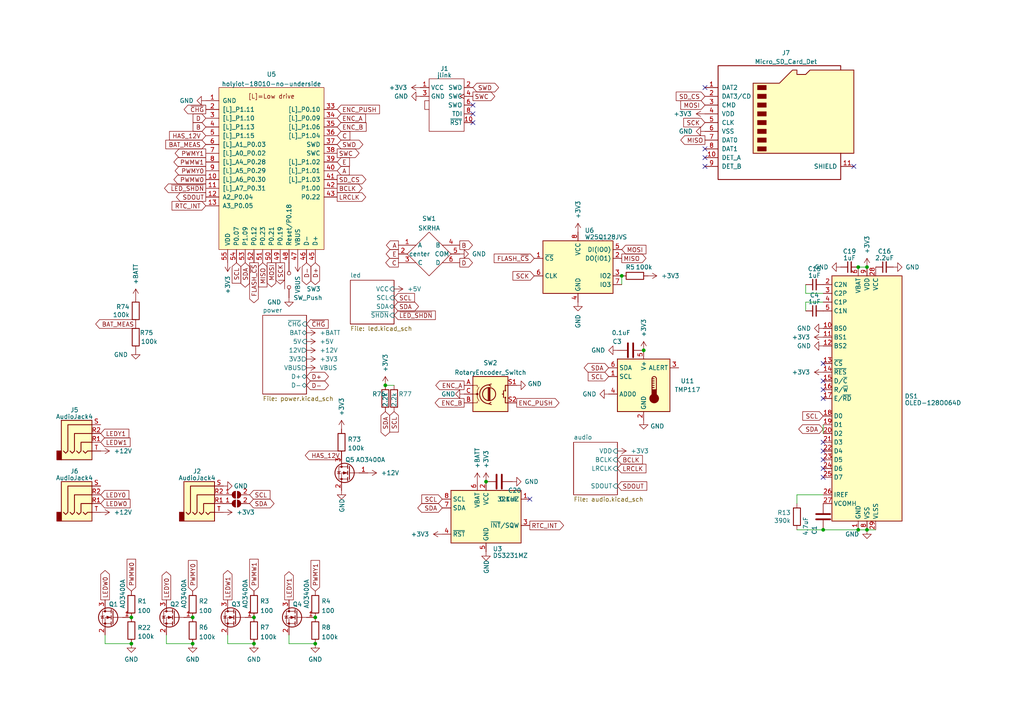
<source format=kicad_sch>
(kicad_sch (version 20230121) (generator eeschema)
  (paper "A4")
  (lib_symbols
    (symbol "Connector:AudioJack4"
      (property "Reference" "J" (at 0 8.89 0))
      (property "Value" "AudioJack4" (at 0 6.35 0))
      (symbol "AudioJack4_1_1"
        (pin passive line (at 5.08 -2.54 180) (length 2.54) (name "~") (number "R1"))
        (pin passive line (at 5.08 0 180) (length 2.54) (name "~") (number "R2"))
        (pin passive line (at 5.08 2.54 180) (length 2.54) (name "~") (number "S"))
        (pin passive line (at 5.08 -5.08 180) (length 2.54) (name "~") (number "T"))
      )
    )
    (symbol "Connector:Micro_SD_Card_Det" (pin_names (offset 1.016))
      (property "Reference" "J" (at -16.51 17.78 0))
      (property "Value" "Micro_SD_Card_Det" (at 16.51 17.78 0))
      (symbol "Micro_SD_Card_Det_1_1"
        (pin bidirectional line (at -22.86 10.16 0) (length 3.81) (name "DAT2") (number "1"))
        (pin passive line (at -22.86 -10.16 0) (length 3.81) (name "DET_A") (number "10"))
        (pin passive line (at 20.32 -12.7 180) (length 3.81) (name "SHIELD") (number "11"))
        (pin bidirectional line (at -22.86 7.62 0) (length 3.81) (name "DAT3/CD") (number "2"))
        (pin input line (at -22.86 5.08 0) (length 3.81) (name "CMD") (number "3"))
        (pin power_in line (at -22.86 2.54 0) (length 3.81) (name "VDD") (number "4"))
        (pin input line (at -22.86 0 0) (length 3.81) (name "CLK") (number "5"))
        (pin power_in line (at -22.86 -2.54 0) (length 3.81) (name "VSS") (number "6"))
        (pin bidirectional line (at -22.86 -5.08 0) (length 3.81) (name "DAT0") (number "7"))
        (pin bidirectional line (at -22.86 -7.62 0) (length 3.81) (name "DAT1") (number "8"))
        (pin passive line (at -22.86 -12.7 0) (length 3.81) (name "DET_B") (number "9"))
      )
    )
    (symbol "Device:C" (pin_numbers hide) (pin_names (offset 0.254))
      (property "Reference" "C" (at 0.635 2.54 0))
      (property "Value" "C" (at 0.635 -2.54 0))
      (symbol "C_1_1"
        (pin passive line (at 0 3.81 270) (length 2.794) (name "~") (number "1"))
        (pin passive line (at 0 -3.81 90) (length 2.794) (name "~") (number "2"))
      )
    )
    (symbol "Device:C_Small" (pin_numbers hide) (pin_names (offset 0.254) hide)
      (property "Reference" "C" (at 0.254 1.778 0))
      (property "Value" "C_Small" (at 0.254 -2.032 0))
      (symbol "C_Small_1_1"
        (pin passive line (at 0 2.54 270) (length 2.032) (name "~") (number "1"))
        (pin passive line (at 0 -2.54 90) (length 2.032) (name "~") (number "2"))
      )
    )
    (symbol "Device:R" (pin_numbers hide) (pin_names (offset 0))
      (property "Reference" "R" (at 2.032 0 90))
      (property "Value" "R" (at 0 0 90))
      (symbol "R_1_1"
        (pin passive line (at 0 3.81 270) (length 1.27) (name "~") (number "1"))
        (pin passive line (at 0 -3.81 90) (length 1.27) (name "~") (number "2"))
      )
    )
    (symbol "Device:RotaryEncoder_Switch" (pin_names (offset 0.254) hide)
      (property "Reference" "SW" (at 0 6.604 0))
      (property "Value" "RotaryEncoder_Switch" (at 0 -6.604 0))
      (symbol "RotaryEncoder_Switch_1_1"
        (pin passive line (at -7.62 2.54 0) (length 2.54) (name "A") (number "A"))
        (pin passive line (at -7.62 -2.54 0) (length 2.54) (name "B") (number "B"))
        (pin passive line (at -7.62 0 0) (length 2.54) (name "C") (number "C"))
        (pin passive line (at 7.62 2.54 180) (length 2.54) (name "S1") (number "S1"))
        (pin passive line (at 7.62 -2.54 180) (length 2.54) (name "S2") (number "S2"))
      )
    )
    (symbol "Display_Graphic:OLED-128O064D"
      (property "Reference" "DS" (at -10.16 38.1 0))
      (property "Value" "OLED-128O064D" (at 12.7 38.1 0))
      (symbol "OLED-128O064D_1_1"
        (pin power_in line (at -2.54 -38.1 90) (length 2.54) (name "GND") (number "1"))
        (pin input line (at -12.7 20.32 0) (length 2.54) (name "BS0") (number "10"))
        (pin input line (at -12.7 17.78 0) (length 2.54) (name "BS1") (number "11"))
        (pin input line (at -12.7 15.24 0) (length 2.54) (name "BS2") (number "12"))
        (pin input line (at -12.7 10.16 0) (length 2.54) (name "~{CS}") (number "13"))
        (pin input line (at -12.7 7.62 0) (length 2.54) (name "~{RES}") (number "14"))
        (pin input line (at -12.7 5.08 0) (length 2.54) (name "D/~{C}") (number "15"))
        (pin input line (at -12.7 2.54 0) (length 2.54) (name "R/~{W}") (number "16"))
        (pin input line (at -12.7 0 0) (length 2.54) (name "E/~{RD}") (number "17"))
        (pin bidirectional line (at -12.7 -5.08 0) (length 2.54) (name "D0") (number "18"))
        (pin bidirectional line (at -12.7 -7.62 0) (length 2.54) (name "D1") (number "19"))
        (pin passive line (at -12.7 33.02 0) (length 2.54) (name "C2N") (number "2"))
        (pin bidirectional line (at -12.7 -10.16 0) (length 2.54) (name "D2") (number "20"))
        (pin bidirectional line (at -12.7 -12.7 0) (length 2.54) (name "D3") (number "21"))
        (pin bidirectional line (at -12.7 -15.24 0) (length 2.54) (name "D4") (number "22"))
        (pin bidirectional line (at -12.7 -17.78 0) (length 2.54) (name "D5") (number "23"))
        (pin bidirectional line (at -12.7 -20.32 0) (length 2.54) (name "D6") (number "24"))
        (pin bidirectional line (at -12.7 -22.86 0) (length 2.54) (name "D7") (number "25"))
        (pin passive line (at -12.7 -27.94 0) (length 2.54) (name "IREF") (number "26"))
        (pin passive line (at -12.7 -30.48 0) (length 2.54) (name "VCOMH") (number "27"))
        (pin power_in line (at 2.54 38.1 270) (length 2.54) (name "VCC") (number "28"))
        (pin power_in line (at 2.54 -38.1 90) (length 2.54) (name "VLSS") (number "29"))
        (pin passive line (at -12.7 30.48 0) (length 2.54) (name "C2P") (number "3"))
        (pin passive line (at -2.54 -38.1 90) (length 2.54) hide (name "GND") (number "30"))
        (pin passive line (at -12.7 27.94 0) (length 2.54) (name "C1P") (number "4"))
        (pin passive line (at -12.7 25.4 0) (length 2.54) (name "C1N") (number "5"))
        (pin power_in line (at -2.54 38.1 270) (length 2.54) (name "VBAT") (number "6"))
        (pin no_connect line (at 10.16 0 180) (length 2.54) hide (name "NC") (number "7"))
        (pin power_in line (at 0 -38.1 90) (length 2.54) (name "VSS") (number "8"))
        (pin power_in line (at 0 38.1 270) (length 2.54) (name "VDD") (number "9"))
      )
    )
    (symbol "Jumper:SolderJumper_2_Open" (pin_names (offset 0) hide)
      (property "Reference" "JP" (at 0 2.032 0))
      (property "Value" "SolderJumper_2_Open" (at 0 -2.54 0))
      (symbol "SolderJumper_2_Open_1_1"
        (pin passive line (at -3.81 0 0) (length 2.54) (name "A") (number "1"))
        (pin passive line (at 3.81 0 180) (length 2.54) (name "B") (number "2"))
      )
    )
    (symbol "Memory_Flash:W25Q128JVS"
      (property "Reference" "U" (at -8.89 8.89 0))
      (property "Value" "W25Q128JVS" (at 7.62 8.89 0))
      (symbol "W25Q128JVS_1_1"
        (pin input line (at -12.7 2.54 0) (length 2.54) (name "~{CS}") (number "1"))
        (pin bidirectional line (at 12.7 2.54 180) (length 2.54) (name "DO(IO1)") (number "2"))
        (pin bidirectional line (at 12.7 -2.54 180) (length 2.54) (name "IO2") (number "3"))
        (pin power_in line (at 0 -10.16 90) (length 2.54) (name "GND") (number "4"))
        (pin bidirectional line (at 12.7 5.08 180) (length 2.54) (name "DI(IO0)") (number "5"))
        (pin input line (at -12.7 -2.54 0) (length 2.54) (name "CLK") (number "6"))
        (pin bidirectional line (at 12.7 -5.08 180) (length 2.54) (name "IO3") (number "7"))
        (pin power_in line (at 0 10.16 270) (length 2.54) (name "VCC") (number "8"))
      )
    )
    (symbol "Switch:SW_Push" (pin_numbers hide) (pin_names (offset 1.016) hide)
      (property "Reference" "SW" (at 1.27 2.54 0))
      (property "Value" "SW_Push" (at 0 -1.524 0))
      (symbol "SW_Push_0_1"
        (pin passive line (at -5.08 0 0) (length 2.54) (name "1") (number "1"))
        (pin passive line (at 5.08 0 180) (length 2.54) (name "2") (number "2"))
      )
    )
    (symbol "Timer_RTC:DS3231MZ"
      (property "Reference" "U" (at -7.62 8.89 0))
      (property "Value" "DS3231MZ" (at 11.43 8.89 0))
      (symbol "DS3231MZ_1_1"
        (pin open_collector line (at 12.7 5.08 180) (length 2.54) (name "32KHZ") (number "1"))
        (pin power_in line (at 0 10.16 270) (length 2.54) (name "VCC") (number "2"))
        (pin open_collector line (at 12.7 -2.54 180) (length 2.54) (name "~{INT}/SQW") (number "3"))
        (pin bidirectional line (at -12.7 -5.08 0) (length 2.54) (name "~{RST}") (number "4"))
        (pin power_in line (at 0 -10.16 90) (length 2.54) (name "GND") (number "5"))
        (pin power_in line (at -2.54 10.16 270) (length 2.54) (name "VBAT") (number "6"))
        (pin bidirectional line (at -12.7 2.54 0) (length 2.54) (name "SDA") (number "7"))
        (pin input line (at -12.7 5.08 0) (length 2.54) (name "SCL") (number "8"))
      )
    )
    (symbol "Transistor_FET:AO3400A" (pin_names hide)
      (property "Reference" "Q" (at 5.08 1.905 0))
      (property "Value" "AO3400A" (at 5.08 0 0))
      (symbol "AO3400A_1_1"
        (pin input line (at -5.08 0 0) (length 2.54) (name "G") (number "1"))
        (pin passive line (at 2.54 -5.08 90) (length 2.54) (name "S") (number "2"))
        (pin passive line (at 2.54 5.08 270) (length 2.54) (name "D") (number "3"))
      )
    )
    (symbol "ic:TMP117"
      (property "Reference" "U" (at 10.16 -2.54 0))
      (property "Value" "TMP117" (at 12.7 -5.08 0))
      (symbol "TMP117_1_1"
        (pin input line (at -10.16 2.54 0) (length 2.54) (name "SCL") (number "1"))
        (pin power_in line (at 0 -10.16 90) (length 2.54) (name "GND") (number "2"))
        (pin open_collector line (at 10.16 5.08 180) (length 2.54) (name "ALERT") (number "3"))
        (pin input line (at -10.16 -2.54 0) (length 2.54) (name "ADD0") (number "4"))
        (pin power_in line (at 0 10.16 270) (length 2.54) (name "V+") (number "5"))
        (pin bidirectional line (at -10.16 5.08 0) (length 2.54) (name "SDA") (number "6"))
        (pin power_in line (at 0 -10.16 90) (length 2.54) hide (name "GND") (number "7"))
      )
    )
    (symbol "mcu:holyiot-18010-no-underside" (pin_names (offset 1.016))
      (property "Reference" "U" (at 0 20.32 0))
      (property "Value" "holyiot-18010-no-underside" (at 0 17.78 0))
      (symbol "holyiot-18010-no-underside_0_0"
        (text "[L]=Low drive" (at 0 13.97 0) (effects (font (size 1.27 1.27))))
      )
      (symbol "holyiot-18010-no-underside_1_1"
        (pin power_in line (at -19.05 12.7 0) (length 3.81) (name "GND") (number "1"))
        (pin bidirectional line (at -19.05 -10.16 0) (length 3.81) (name "[L]_A6_P0.30") (number "10"))
        (pin bidirectional line (at -19.05 -12.7 0) (length 3.81) (name "[L]_A7_P0.31") (number "11"))
        (pin bidirectional line (at -19.05 -15.24 0) (length 3.81) (name "A2_P0.04") (number "12"))
        (pin bidirectional line (at -19.05 -17.78 0) (length 3.81) (name "A3_P0.05") (number "13"))
        (pin bidirectional line (at -19.05 10.16 0) (length 3.81) (name "[L]_P1.11") (number "2"))
        (pin bidirectional line (at -19.05 7.62 0) (length 3.81) (name "[L]_P1.10") (number "3"))
        (pin passive line (at -19.05 12.7 0) (length 3.81) hide (name "GND") (number "32"))
        (pin bidirectional line (at 19.05 10.16 180) (length 3.81) (name "[L]_P0.10") (number "33"))
        (pin bidirectional line (at 19.05 7.62 180) (length 3.81) (name "[L]_P0.09") (number "34"))
        (pin bidirectional line (at 19.05 5.08 180) (length 3.81) (name "[L]_P1.06") (number "35"))
        (pin bidirectional line (at 19.05 2.54 180) (length 3.81) (name "[L]_P1.04") (number "36"))
        (pin input line (at 19.05 0 180) (length 3.81) (name "SWD") (number "37"))
        (pin bidirectional line (at 19.05 -2.54 180) (length 3.81) (name "SWC") (number "38"))
        (pin bidirectional line (at 19.05 -5.08 180) (length 3.81) (name "[L]_P1.02") (number "39"))
        (pin bidirectional line (at -19.05 5.08 0) (length 3.81) (name "[L]_P1.13") (number "4"))
        (pin bidirectional line (at 19.05 -7.62 180) (length 3.81) (name "[L]_P1.01") (number "40"))
        (pin bidirectional line (at 19.05 -10.16 180) (length 3.81) (name "[L]_P1.03") (number "41"))
        (pin bidirectional line (at 19.05 -12.7 180) (length 3.81) (name "P1.00") (number "42"))
        (pin bidirectional line (at 19.05 -15.24 180) (length 3.81) (name "P0.22") (number "43"))
        (pin passive line (at -19.05 12.7 0) (length 3.81) hide (name "GND") (number "44"))
        (pin bidirectional line (at 12.7 -34.29 90) (length 3.81) (name "D+") (number "45"))
        (pin bidirectional line (at 10.16 -34.29 90) (length 3.81) (name "D-") (number "46"))
        (pin power_in line (at 7.62 -34.29 90) (length 3.81) (name "VBUS") (number "47"))
        (pin bidirectional line (at 5.08 -34.29 90) (length 3.81) (name "Reset/P0.18") (number "48"))
        (pin bidirectional line (at 2.54 -34.29 90) (length 3.81) (name "P0.19") (number "49"))
        (pin bidirectional line (at -19.05 2.54 0) (length 3.81) (name "[L]_P1.15") (number "5"))
        (pin bidirectional line (at 0 -34.29 90) (length 3.81) (name "P0.21") (number "50"))
        (pin bidirectional line (at -2.54 -34.29 90) (length 3.81) (name "P0.23") (number "51"))
        (pin bidirectional line (at -5.08 -34.29 90) (length 3.81) (name "P0.12") (number "52"))
        (pin bidirectional line (at -7.62 -34.29 90) (length 3.81) (name "P1.09") (number "53"))
        (pin bidirectional line (at -10.16 -34.29 90) (length 3.81) (name "P0.07") (number "54"))
        (pin power_in line (at -12.7 -34.29 90) (length 3.81) (name "VDD") (number "55"))
        (pin bidirectional line (at -19.05 0 0) (length 3.81) (name "[L]_A1_P0.03") (number "6"))
        (pin bidirectional line (at -19.05 -2.54 0) (length 3.81) (name "[L]_A0_P0.02") (number "7"))
        (pin bidirectional line (at -19.05 -5.08 0) (length 3.81) (name "[L]_A4_P0.28") (number "8"))
        (pin bidirectional line (at -19.05 -7.62 0) (length 3.81) (name "[L]_A5_P0.29") (number "9"))
      )
    )
    (symbol "misc:jlink"
      (property "Reference" "J" (at 0 11.43 0))
      (property "Value" "jlink" (at 0 -8.89 0))
      (symbol "jlink_1_1"
        (pin passive line (at -7.62 5.08 0) (length 2.54) (name "VCC") (number "1"))
        (pin output line (at 7.62 -5.08 180) (length 2.54) (name "~{RST}") (number "10"))
        (pin bidirectional line (at 7.62 5.08 180) (length 2.54) (name "SWD") (number "2"))
        (pin power_in line (at -7.62 2.54 0) (length 2.54) (name "GND") (number "3"))
        (pin output clock (at 7.62 2.54 180) (length 2.54) (name "SWC") (number "4"))
        (pin power_in line (at -7.62 2.54 0) (length 2.54) hide (name "GND") (number "5"))
        (pin input line (at 7.62 0 180) (length 2.54) (name "SWO") (number "6"))
        (pin output line (at 7.62 -2.54 180) (length 2.54) (name "TDI") (number "8"))
      )
    )
    (symbol "power:+12V" (power) (pin_names (offset 0))
      (property "Value" "+12V" (at 0 3.556 0))
      (symbol "+12V_1_1"
        (pin power_in line (at 0 0 90) (length 0) hide (name "+12V") (number "1"))
      )
    )
    (symbol "power:+3V3" (power) (pin_names (offset 0))
      (property "Value" "+3V3" (at 0 3.556 0))
      (symbol "+3V3_1_1"
        (pin power_in line (at 0 0 90) (length 0) hide (name "+3V3") (number "1"))
      )
    )
    (symbol "power:+5V" (power) (pin_names (offset 0))
      (property "Value" "+5V" (at 0 3.556 0))
      (symbol "+5V_1_1"
        (pin power_in line (at 0 0 90) (length 0) hide (name "+5V") (number "1"))
      )
    )
    (symbol "power:+BATT" (power) (pin_names (offset 0))
      (property "Value" "+BATT" (at 0 3.556 0))
      (symbol "+BATT_1_1"
        (pin power_in line (at 0 0 90) (length 0) hide (name "+BATT") (number "1"))
      )
    )
    (symbol "power:GND" (power) (pin_names (offset 0))
      (property "Value" "GND" (at 0 -3.81 0))
      (symbol "GND_1_1"
        (pin power_in line (at 0 0 270) (length 0) hide (name "GND") (number "1"))
      )
    )
    (symbol "power:VBUS" (power) (pin_names (offset 0))
      (property "Value" "VBUS" (at 0 3.81 0))
      (symbol "VBUS_1_1"
        (pin power_in line (at 0 0 90) (length 0) hide (name "VBUS") (number "1"))
      )
    )
    (symbol "switch:SKRHA"
      (property "Reference" "SW" (at 0 8.89 0))
      (property "Value" "SKRHA" (at 0 -8.89 0))
      (symbol "SKRHA_1_1"
        (pin bidirectional line (at -8.89 2.54 0) (length 5.08) (name "A") (number "1"))
        (pin bidirectional line (at -8.89 0 0) (length 2.54) (name "center") (number "2"))
        (pin bidirectional line (at -8.89 -2.54 0) (length 5.08) (name "C") (number "3"))
        (pin bidirectional line (at 8.89 2.54 180) (length 5.08) (name "B") (number "4"))
        (pin bidirectional line (at 8.89 0 180) (length 2.54) (name "COM") (number "5"))
        (pin bidirectional line (at 8.89 -2.54 180) (length 5.08) (name "D") (number "6"))
      )
    )
  )
  (junction (at 238.76 153.67))
  (junction (at 91.44 186.69))
  (junction (at 248.92 153.67))
  (junction (at 248.92 77.47))
  (junction (at 73.66 186.69))
  (junction (at 251.46 77.47))
  (junction (at 73.66 179.07))
  (junction (at 55.88 186.69))
  (junction (at 55.88 179.07))
  (junction (at 38.1 186.69))
  (junction (at 38.1 179.07))
  (junction (at 186.69 101.6))
  (junction (at 180.34 80.01))
  (junction (at 251.46 153.67))
  (junction (at 111.76 111.76))
  (junction (at 91.44 179.07))
  (junction (at 140.97 139.7))
  (no_connect (at 204.47 48.26))
  (no_connect (at 247.65 48.26))
  (no_connect (at 238.76 110.49))
  (no_connect (at 238.76 128.27))
  (no_connect (at 238.76 113.03))
  (no_connect (at 204.47 43.18))
  (no_connect (at 238.76 115.57))
  (no_connect (at 204.47 25.4))
  (no_connect (at 137.16 35.56))
  (no_connect (at 238.76 105.41))
  (no_connect (at 238.76 138.43))
  (no_connect (at 238.76 135.89))
  (no_connect (at 204.47 45.72))
  (no_connect (at 153.67 144.78))
  (no_connect (at 238.76 130.81))
  (no_connect (at 137.16 30.48))
  (no_connect (at 137.16 33.02))
  (no_connect (at 238.76 133.35))
  (wire (pts (xy 233.68 85.09) (xy 233.68 82.55)))
  (wire (pts (xy 83.82 184.15) (xy 83.82 186.69)))
  (wire (pts (xy 66.04 184.15) (xy 66.04 186.69)))
  (wire (pts (xy 48.26 186.69) (xy 55.88 186.69)))
  (wire (pts (xy 83.82 186.69) (xy 91.44 186.69)))
  (wire (pts (xy 248.92 77.47) (xy 251.46 77.47)))
  (wire (pts (xy 238.76 87.63) (xy 233.68 87.63)))
  (wire (pts (xy 238.76 153.67) (xy 248.92 153.67)))
  (wire (pts (xy 48.26 184.15) (xy 48.26 186.69)))
  (wire (pts (xy 231.14 143.51) (xy 238.76 143.51)))
  (wire (pts (xy 111.76 111.76) (xy 114.3 111.76)))
  (wire (pts (xy 30.48 186.69) (xy 38.1 186.69)))
  (wire (pts (xy 233.68 87.63) (xy 233.68 90.17)))
  (wire (pts (xy 238.76 85.09) (xy 233.68 85.09)))
  (wire (pts (xy 231.14 153.67) (xy 238.76 153.67)))
  (wire (pts (xy 231.14 146.05) (xy 231.14 143.51)))
  (wire (pts (xy 248.92 153.67) (xy 251.46 153.67)))
  (wire (pts (xy 180.34 80.01) (xy 180.34 82.55)))
  (wire (pts (xy 30.48 184.15) (xy 30.48 186.69)))
  (wire (pts (xy 66.04 186.69) (xy 73.66 186.69)))
  (wire (pts (xy 251.46 153.67) (xy 254 153.67)))
  (wire (pts (xy 238.76 123.19) (xy 238.76 125.73)))
  (global_label "HAS_12V" (shape input) (at 59.69 39.37 180) (property "Intersheetrefs" "${INTERSHEET_REFS}" (effects hide)))
  (global_label "C" (shape input) (at 97.79 39.37 0) (property "Intersheetrefs" "${INTERSHEET_REFS}" (effects hide)))
  (global_label "SD_CS" (shape output) (at 97.79 52.07 0) (property "Intersheetrefs" "${INTERSHEET_REFS}" (effects hide)))
  (global_label "ENC_A" (shape output) (at 134.62 111.76 180) (property "Intersheetrefs" "${INTERSHEET_REFS}" (effects hide)))
  (global_label "SD_CS" (shape input) (at 204.47 27.94 180) (property "Intersheetrefs" "${INTERSHEET_REFS}" (effects hide)))
  (global_label "SCL" (shape input) (at 238.76 120.65 180) (property "Intersheetrefs" "${INTERSHEET_REFS}" (effects hide)))
  (global_label "D+" (shape bidirectional) (at 88.9 109.22 0) (property "Intersheetrefs" "${INTERSHEET_REFS}" (effects hide)))
  (global_label "RTC_INT" (shape output) (at 153.67 152.4 0) (property "Intersheetrefs" "${INTERSHEET_REFS}" (effects hide)))
  (global_label "ENC_B" (shape output) (at 134.62 116.84 180) (property "Intersheetrefs" "${INTERSHEET_REFS}" (effects hide)))
  (global_label "LEDY0" (shape output) (at 48.26 173.99 90) (property "Intersheetrefs" "${INTERSHEET_REFS}" (effects hide)))
  (global_label "D" (shape output) (at 133.35 76.2 0) (property "Intersheetrefs" "${INTERSHEET_REFS}" (effects hide)))
  (global_label "HAS_12V" (shape output) (at 99.06 132.08 180) (property "Intersheetrefs" "${INTERSHEET_REFS}" (effects hide)))
  (global_label "LRCLK" (shape input) (at 179.07 135.89 0) (property "Intersheetrefs" "${INTERSHEET_REFS}" (effects hide)))
  (global_label "B" (shape output) (at 133.35 71.12 0) (property "Intersheetrefs" "${INTERSHEET_REFS}" (effects hide)))
  (global_label "SDA" (shape bidirectional) (at 114.3 88.9 0) (property "Intersheetrefs" "${INTERSHEET_REFS}" (effects hide)))
  (global_label "LEDW1" (shape output) (at 66.04 173.99 90) (property "Intersheetrefs" "${INTERSHEET_REFS}" (effects hide)))
  (global_label "D-" (shape bidirectional) (at 88.9 76.2 270) (property "Intersheetrefs" "${INTERSHEET_REFS}" (effects hide)))
  (global_label "PWMW1" (shape output) (at 59.69 46.99 180) (property "Intersheetrefs" "${INTERSHEET_REFS}" (effects hide)))
  (global_label "SCL" (shape input) (at 72.39 143.51 0) (property "Intersheetrefs" "${INTERSHEET_REFS}" (effects hide)))
  (global_label "FLASH_~{CS}" (shape input) (at 154.94 74.93 180) (property "Intersheetrefs" "${INTERSHEET_REFS}" (effects hide)))
  (global_label "ENC_A" (shape input) (at 97.79 34.29 0) (property "Intersheetrefs" "${INTERSHEET_REFS}" (effects hide)))
  (global_label "PWMY0" (shape input) (at 55.88 171.45 90) (property "Intersheetrefs" "${INTERSHEET_REFS}" (effects hide)))
  (global_label "E" (shape input) (at 97.79 46.99 0) (property "Intersheetrefs" "${INTERSHEET_REFS}" (effects hide)))
  (global_label "A" (shape output) (at 115.57 71.12 180) (property "Intersheetrefs" "${INTERSHEET_REFS}" (effects hide)))
  (global_label "PWMY1" (shape output) (at 59.69 44.45 180) (property "Intersheetrefs" "${INTERSHEET_REFS}" (effects hide)))
  (global_label "SDA" (shape bidirectional) (at 128.27 147.32 180) (property "Intersheetrefs" "${INTERSHEET_REFS}" (effects hide)))
  (global_label "SDA" (shape bidirectional) (at 71.12 76.2 270) (property "Intersheetrefs" "${INTERSHEET_REFS}" (effects hide)))
  (global_label "PWMY1" (shape input) (at 91.44 171.45 90) (property "Intersheetrefs" "${INTERSHEET_REFS}" (effects hide)))
  (global_label "MOSI" (shape input) (at 180.34 72.39 0) (property "Intersheetrefs" "${INTERSHEET_REFS}" (effects hide)))
  (global_label "ENC_PUSH" (shape output) (at 149.86 116.84 0) (property "Intersheetrefs" "${INTERSHEET_REFS}" (effects hide)))
  (global_label "SDOUT" (shape input) (at 179.07 140.97 0) (property "Intersheetrefs" "${INTERSHEET_REFS}" (effects hide)))
  (global_label "~{CHG}" (shape input) (at 88.9 93.98 0) (property "Intersheetrefs" "${INTERSHEET_REFS}" (effects hide)))
  (global_label "PWMY0" (shape output) (at 59.69 49.53 180) (property "Intersheetrefs" "${INTERSHEET_REFS}" (effects hide)))
  (global_label "BAT_MEAS" (shape input) (at 59.69 41.91 180) (property "Intersheetrefs" "${INTERSHEET_REFS}" (effects hide)))
  (global_label "PWMW0" (shape input) (at 38.1 171.45 90) (property "Intersheetrefs" "${INTERSHEET_REFS}" (effects hide)))
  (global_label "SCK" (shape input) (at 204.47 35.56 180) (property "Intersheetrefs" "${INTERSHEET_REFS}" (effects hide)))
  (global_label "SDOUT" (shape output) (at 59.69 57.15 180) (property "Intersheetrefs" "${INTERSHEET_REFS}" (effects hide)))
  (global_label "RTC_INT" (shape input) (at 59.69 59.69 180) (property "Intersheetrefs" "${INTERSHEET_REFS}" (effects hide)))
  (global_label "SCL" (shape input) (at 176.53 109.22 180) (property "Intersheetrefs" "${INTERSHEET_REFS}" (effects hide)))
  (global_label "~{CHG}" (shape output) (at 59.69 31.75 180) (property "Intersheetrefs" "${INTERSHEET_REFS}" (effects hide)))
  (global_label "SDA" (shape bidirectional) (at 176.53 106.68 180) (property "Intersheetrefs" "${INTERSHEET_REFS}" (effects hide)))
  (global_label "E" (shape output) (at 115.57 73.66 180) (property "Intersheetrefs" "${INTERSHEET_REFS}" (effects hide)))
  (global_label "SCL" (shape input) (at 128.27 144.78 180) (property "Intersheetrefs" "${INTERSHEET_REFS}" (effects hide)))
  (global_label "MISO" (shape output) (at 180.34 74.93 0) (property "Intersheetrefs" "${INTERSHEET_REFS}" (effects hide)))
  (global_label "LEDY1" (shape output) (at 83.82 173.99 90) (property "Intersheetrefs" "${INTERSHEET_REFS}" (effects hide)))
  (global_label "SCK" (shape output) (at 81.28 76.2 270) (property "Intersheetrefs" "${INTERSHEET_REFS}" (effects hide)))
  (global_label "MISO" (shape input) (at 76.2 76.2 270) (property "Intersheetrefs" "${INTERSHEET_REFS}" (effects hide)))
  (global_label "BCLK" (shape output) (at 97.79 54.61 0) (property "Intersheetrefs" "${INTERSHEET_REFS}" (effects hide)))
  (global_label "SDA" (shape bidirectional) (at 72.39 146.05 0) (property "Intersheetrefs" "${INTERSHEET_REFS}" (effects hide)))
  (global_label "FLASH_~{CS}" (shape output) (at 73.66 76.2 270) (property "Intersheetrefs" "${INTERSHEET_REFS}" (effects hide)))
  (global_label "PWMW1" (shape input) (at 73.66 171.45 90) (property "Intersheetrefs" "${INTERSHEET_REFS}" (effects hide)))
  (global_label "LEDW0" (shape input) (at 29.21 146.05 0) (property "Intersheetrefs" "${INTERSHEET_REFS}" (effects hide)))
  (global_label "C" (shape output) (at 115.57 76.2 180) (property "Intersheetrefs" "${INTERSHEET_REFS}" (effects hide)))
  (global_label "LEDY1" (shape input) (at 29.21 125.73 0) (property "Intersheetrefs" "${INTERSHEET_REFS}" (effects hide)))
  (global_label "BAT_MEAS" (shape output) (at 39.37 93.98 180) (property "Intersheetrefs" "${INTERSHEET_REFS}" (effects hide)))
  (global_label "SDA" (shape bidirectional) (at 111.76 119.38 270) (property "Intersheetrefs" "${INTERSHEET_REFS}" (effects hide)))
  (global_label "D" (shape input) (at 59.69 34.29 180) (property "Intersheetrefs" "${INTERSHEET_REFS}" (effects hide)))
  (global_label "B" (shape input) (at 59.69 36.83 180) (property "Intersheetrefs" "${INTERSHEET_REFS}" (effects hide)))
  (global_label "PWMW0" (shape output) (at 59.69 52.07 180) (property "Intersheetrefs" "${INTERSHEET_REFS}" (effects hide)))
  (global_label "D+" (shape bidirectional) (at 91.44 76.2 270) (property "Intersheetrefs" "${INTERSHEET_REFS}" (effects hide)))
  (global_label "D-" (shape bidirectional) (at 88.9 111.76 0) (property "Intersheetrefs" "${INTERSHEET_REFS}" (effects hide)))
  (global_label "LRCLK" (shape output) (at 97.79 57.15 0) (property "Intersheetrefs" "${INTERSHEET_REFS}" (effects hide)))
  (global_label "SCK" (shape input) (at 154.94 80.01 180) (property "Intersheetrefs" "${INTERSHEET_REFS}" (effects hide)))
  (global_label "SCL" (shape input) (at 114.3 86.36 0) (property "Intersheetrefs" "${INTERSHEET_REFS}" (effects hide)))
  (global_label "SWC" (shape output) (at 137.16 27.94 0) (property "Intersheetrefs" "${INTERSHEET_REFS}" (effects hide)))
  (global_label "SCL" (shape input) (at 68.58 76.2 270) (property "Intersheetrefs" "${INTERSHEET_REFS}" (effects hide)))
  (global_label "MISO" (shape output) (at 204.47 40.64 180) (property "Intersheetrefs" "${INTERSHEET_REFS}" (effects hide)))
  (global_label "A" (shape input) (at 97.79 49.53 0) (property "Intersheetrefs" "${INTERSHEET_REFS}" (effects hide)))
  (global_label "SWC" (shape output) (at 97.79 44.45 0) (property "Intersheetrefs" "${INTERSHEET_REFS}" (effects hide)))
  (global_label "LEDW1" (shape input) (at 29.21 128.27 0) (property "Intersheetrefs" "${INTERSHEET_REFS}" (effects hide)))
  (global_label "SCL" (shape input) (at 114.3 119.38 270) (property "Intersheetrefs" "${INTERSHEET_REFS}" (effects hide)))
  (global_label "SWD" (shape bidirectional) (at 137.16 25.4 0) (property "Intersheetrefs" "${INTERSHEET_REFS}" (effects hide)))
  (global_label "ENC_PUSH" (shape input) (at 97.79 31.75 0) (property "Intersheetrefs" "${INTERSHEET_REFS}" (effects hide)))
  (global_label "SWD" (shape bidirectional) (at 97.79 41.91 0) (property "Intersheetrefs" "${INTERSHEET_REFS}" (effects hide)))
  (global_label "ENC_B" (shape input) (at 97.79 36.83 0) (property "Intersheetrefs" "${INTERSHEET_REFS}" (effects hide)))
  (global_label "~{LED_SHDN}" (shape output) (at 59.69 54.61 180) (property "Intersheetrefs" "${INTERSHEET_REFS}" (effects hide)))
  (global_label "LEDW0" (shape output) (at 30.48 173.99 90) (property "Intersheetrefs" "${INTERSHEET_REFS}" (effects hide)))
  (global_label "SDA" (shape bidirectional) (at 238.76 124.46 180) (property "Intersheetrefs" "${INTERSHEET_REFS}" (effects hide)))
  (global_label "MOSI" (shape input) (at 204.47 30.48 180) (property "Intersheetrefs" "${INTERSHEET_REFS}" (effects hide)))
  (global_label "MOSI" (shape output) (at 78.74 76.2 270) (property "Intersheetrefs" "${INTERSHEET_REFS}" (effects hide)))
  (global_label "LEDY0" (shape input) (at 29.21 143.51 0) (property "Intersheetrefs" "${INTERSHEET_REFS}" (effects hide)))
  (global_label "~{LED_SHDN}" (shape input) (at 114.3 91.44 0) (property "Intersheetrefs" "${INTERSHEET_REFS}" (effects hide)))
  (global_label "BCLK" (shape input) (at 179.07 133.35 0) (property "Intersheetrefs" "${INTERSHEET_REFS}" (effects hide)))
  (symbol (lib_id "power:+3V3") (at 186.69 101.6 0) (unit 1)
    (property "Reference" "#PWR0121" (effects hide))
    (property "Value" "+3V3" (at 186.69 97.79 90) (effects (justify left)))
  )
  (symbol (lib_id "power:+BATT") (at 39.37 86.36 0) (unit 1)
    (property "Reference" "#PWR0114" (effects hide))
    (property "Value" "+BATT" (at 39.37 82.55 90) (effects (justify left)))
  )
  (symbol (lib_id "Jumper:SolderJumper_2_Open") (at 68.58 146.05 0) (unit 1)
    (property "Reference" "JP3" (effects hide))
    (property "Value" "SolderJumper_2_Open" (effects hide))
    (property "Footprint" "Jumper:SolderJumper-2_P1.3mm_Open_TrianglePad1.0x1.5mm" (effects hide))
  )
  (symbol (lib_id "power:+3V3") (at 66.04 76.2 180) (unit 1)
    (property "Reference" "#PWR013" (effects hide))
    (property "Value" "+3V3" (at 66.04 80.01 90) (effects (justify left)))
  )
  (symbol (lib_id "misc:jlink") (at 129.54 30.48 0) (unit 1)
    (property "Reference" "J1" (at 128.905 19.9009 0))
    (property "Value" "jlink" (at 128.905 21.8219 0))
    (property "Footprint" "Connector_PinHeader_1.27mm:PinHeader_2x05_P1.27mm_Vertical_SMD" (effects hide))
  )
  (symbol (lib_id "power:GND") (at 133.35 73.66 90) (unit 1)
    (property "Reference" "#PWR0118" (effects hide))
    (property "Value" "GND" (at 140.97 73.66 90) (effects (justify left)))
  )
  (symbol (lib_id "power:+3V3") (at 99.06 124.46 0) (unit 1)
    (property "Reference" "#PWR0112" (effects hide))
    (property "Value" "+3V3" (at 99.06 120.65 90) (effects (justify left)))
  )
  (symbol (lib_id "power:+BATT") (at 138.43 139.7 0) (mirror y) (unit 1)
    (property "Reference" "#PWR043" (effects hide))
    (property "Value" "+BATT" (at 138.43 135.89 90) (effects (justify left)))
  )
  (symbol (lib_id "power:+3V3") (at 167.64 67.31 0) (unit 1)
    (property "Reference" "#PWR09" (effects hide))
    (property "Value" "+3V3" (at 167.64 63.5 90) (effects (justify left)))
  )
  (symbol (lib_id "Transistor_FET:AO3400A") (at 101.6 137.16 0) (mirror y) (unit 1)
    (property "Reference" "Q5" (at 102.87 133.35 0) (effects (justify left)))
    (property "Value" "AO3400A" (at 111.76 133.35 0) (effects (justify left)))
    (property "Footprint" "Package_TO_SOT_SMD:SOT-23" (effects hide))
    (property "Datasheet" "http://www.aosmd.com/pdfs/datasheet/AO3400A.pdf" (effects hide))
  )
  (symbol (lib_id "power:+3V3") (at 204.47 33.02 90) (unit 1)
    (property "Reference" "#PWR0130" (effects hide))
    (property "Value" "+3V3" (at 200.66 33.02 90) (effects (justify left)))
  )
  (symbol (lib_id "Device:C_Small") (at 246.38 77.47 90) (unit 1)
    (property "Reference" "C19" (at 246.3863 72.898 90))
    (property "Value" "1uF" (at 246.3863 74.819 90))
    (property "Footprint" "Capacitor_SMD:C_0603_1608Metric" (effects hide))
  )
  (symbol (lib_id "Memory_Flash:W25Q128JVS") (at 167.64 77.47 0) (unit 1)
    (property "Reference" "U6" (at 169.5959 66.8401 0) (effects (justify left)))
    (property "Value" "W25Q128JVS" (at 169.5959 68.7611 0) (effects (justify left)))
    (property "Footprint" "Package_SO:SOIC-8_5.23x5.23mm_P1.27mm" (effects hide))
    (property "Datasheet" "http://www.winbond.com/resource-files/w25q128jv_dtr%20revc%2003272018%20plus.pdf" (effects hide))
  )
  (symbol (lib_id "power:GND") (at 149.86 111.76 90) (mirror x) (unit 1)
    (property "Reference" "#PWR0116" (effects hide))
    (property "Value" "GND" (at 153.035 111.3262 90) (effects (justify right)))
  )
  (symbol (lib_id "power:GND") (at 167.64 87.63 0) (unit 1)
    (property "Reference" "#PWR010" (effects hide))
    (property "Value" "GND" (at 167.64 95.25 90) (effects (justify left)))
  )
  (symbol (lib_id "power:+3V3") (at 88.9 104.14 270) (unit 1)
    (property "Reference" "#PWR019" (effects hide))
    (property "Value" "+3V3" (at 92.71 104.14 90) (effects (justify left)))
  )
  (symbol (lib_id "power:+3V3") (at 238.76 97.79 90) (unit 1)
    (property "Reference" "#PWR024" (effects hide))
    (property "Value" "+3V3" (at 234.95 97.79 90) (effects (justify left)))
  )
  (symbol (lib_id "power:+BATT") (at 88.9 96.52 270) (unit 1)
    (property "Reference" "#PWR016" (effects hide))
    (property "Value" "+BATT" (at 92.71 96.52 90) (effects (justify left)))
  )
  (symbol (lib_id "Transistor_FET:AO3400A") (at 50.8 179.07 0) (mirror y) (unit 1)
    (property "Reference" "Q2" (at 52.07 175.26 0) (effects (justify left)))
    (property "Value" "AO3400A" (at 53.34 176.53 90) (effects (justify left)))
    (property "Footprint" "Package_TO_SOT_SMD:SOT-23" (effects hide))
    (property "Datasheet" "http://www.aosmd.com/pdfs/datasheet/AO3400A.pdf" (effects hide))
  )
  (symbol (lib_id "Connector:AudioJack4") (at 24.13 143.51 0) (unit 1)
    (property "Reference" "J6" (at 21.59 136.6901 0))
    (property "Value" "AudioJack4" (at 21.59 138.6111 0))
    (property "Footprint" "Connector_Audio:Jack_3.5mm_PJ320D_Horizontal" (effects hide))
  )
  (symbol (lib_id "Device:R") (at 39.37 97.79 0) (mirror y) (unit 1)
    (property "Reference" "R75" (at 44.45 96.52 0) (effects (justify left)))
    (property "Value" "100k" (at 45.72 99.06 0) (effects (justify left)))
    (property "Footprint" "Resistor_SMD:R_0603_1608Metric" (effects hide))
  )
  (symbol (lib_id "ic:TMP117") (at 186.69 111.76 0) (unit 1)
    (property "Reference" "U11" (at 199.39 110.49 0))
    (property "Value" "TMP117" (at 199.39 113.0269 0))
    (property "Footprint" "Package_SON:WSON-6-1EP_2x2mm_P0.65mm_EP1x1.6mm" (effects hide))
    (property "Datasheet" "http://www.ti.com/lit/gpn/tmp117" (effects hide))
  )
  (symbol (lib_id "power:+12V") (at 106.68 137.16 270) (unit 1)
    (property "Reference" "#PWR0106" (effects hide))
    (property "Value" "+12V" (at 110.49 137.16 90) (effects (justify left)))
  )
  (symbol (lib_id "power:GND") (at 55.88 186.69 0) (unit 1)
    (property "Reference" "#PWR026" (effects hide))
    (property "Value" "GND" (at 55.88 191.2525 0))
  )
  (symbol (lib_id "Device:C_Small") (at 236.22 90.17 90) (unit 1)
    (property "Reference" "C4" (at 236.2263 85.598 90))
    (property "Value" "1uF" (at 236.2263 87.519 90))
    (property "Footprint" "Capacitor_SMD:C_0603_1608Metric" (effects hide))
  )
  (symbol (lib_id "power:GND") (at 83.82 86.36 0) (unit 1)
    (property "Reference" "#PWR0115" (effects hide))
    (property "Value" "GND" (at 77.47 87.63 0) (effects (justify left)))
  )
  (symbol (lib_id "Device:C_Small") (at 256.54 77.47 90) (unit 1)
    (property "Reference" "C16" (at 256.5463 72.898 90))
    (property "Value" "2.2uF" (at 256.5463 74.819 90))
    (property "Footprint" "Capacitor_SMD:C_0603_1608Metric" (effects hide))
  )
  (symbol (lib_id "Device:R") (at 39.37 90.17 0) (mirror y) (unit 1)
    (property "Reference" "R74" (at 37.592 89.0016 0) (effects (justify left)))
    (property "Value" "100k" (at 37.592 91.313 0) (effects (justify left)))
    (property "Footprint" "Resistor_SMD:R_0603_1608Metric" (effects hide))
  )
  (symbol (lib_id "power:+12V") (at 88.9 101.6 270) (unit 1)
    (property "Reference" "#PWR018" (effects hide))
    (property "Value" "+12V" (at 92.71 101.6 90) (effects (justify left)))
  )
  (symbol (lib_id "power:GND") (at 39.37 101.6 0) (unit 1)
    (property "Reference" "#PWR01" (effects hide))
    (property "Value" "GND" (at 33.02 102.87 0) (effects (justify left)))
  )
  (symbol (lib_id "power:+3V3") (at 128.27 154.94 90) (unit 1)
    (property "Reference" "#PWR045" (effects hide))
    (property "Value" "+3V3" (at 124.46 154.94 90) (effects (justify left)))
  )
  (symbol (lib_id "power:+12V") (at 29.21 130.81 270) (unit 1)
    (property "Reference" "#PWR0102" (effects hide))
    (property "Value" "+12V" (at 33.02 130.81 90) (effects (justify left)))
  )
  (symbol (lib_id "power:GND") (at 176.53 114.3 270) (unit 1)
    (property "Reference" "#PWR0120" (effects hide))
    (property "Value" "GND" (at 168.91 114.3 90) (effects (justify left)))
  )
  (symbol (lib_id "power:GND") (at 243.84 77.47 270) (unit 1)
    (property "Reference" "#PWR012" (effects hide))
    (property "Value" "GND" (at 236.22 77.47 90) (effects (justify left)))
  )
  (symbol (lib_id "Device:C") (at 238.76 149.86 180) (unit 1)
    (property "Reference" "C1" (at 236.22 152.4 90) (effects (justify left)))
    (property "Value" "4.7uF" (at 233.68 149.86 90) (effects (justify left)))
    (property "Footprint" "Capacitor_SMD:C_0603_1608Metric" (effects hide))
  )
  (symbol (lib_id "Timer_RTC:DS3231MZ") (at 140.97 149.86 0) (unit 1)
    (property "Reference" "U3" (at 142.9259 159.2025 0) (effects (justify left)))
    (property "Value" "DS3231MZ" (at 142.9259 161.1235 0) (effects (justify left)))
    (property "Footprint" "Package_SO:SOIC-8_3.9x4.9mm_P1.27mm" (effects hide))
    (property "Datasheet" "http://datasheets.maximintegrated.com/en/ds/DS3231M.pdf" (effects hide))
  )
  (symbol (lib_id "power:GND") (at 204.47 38.1 270) (unit 1)
    (property "Reference" "#PWR0131" (effects hide))
    (property "Value" "GND" (at 196.85 38.1 90) (effects (justify left)))
  )
  (symbol (lib_id "Transistor_FET:AO3400A") (at 33.02 179.07 0) (mirror y) (unit 1)
    (property "Reference" "Q1" (at 34.29 175.26 0) (effects (justify left)))
    (property "Value" "AO3400A" (at 35.56 176.53 90) (effects (justify left)))
    (property "Footprint" "Package_TO_SOT_SMD:SOT-23" (effects hide))
    (property "Datasheet" "http://www.aosmd.com/pdfs/datasheet/AO3400A.pdf" (effects hide))
  )
  (symbol (lib_id "Connector:Micro_SD_Card_Det") (at 227.33 35.56 0) (unit 1)
    (property "Reference" "J7" (at 227.965 15.3502 0))
    (property "Value" "Micro_SD_Card_Det" (at 227.965 17.8871 0))
    (property "Footprint" "misc:molex-503182-1852" (effects hide))
    (property "Datasheet" "https://www.hirose.com/product/en/download_file/key_name/DM3/category/Catalog/doc_file_id/49662/?file_category_id=4&item_id=195&is_series=1" (effects hide))
  )
  (symbol (lib_id "power:+5V") (at 88.9 99.06 270) (unit 1)
    (property "Reference" "#PWR017" (effects hide))
    (property "Value" "+5V" (at 92.71 99.06 90) (effects (justify left)))
  )
  (symbol (lib_id "Device:R") (at 38.1 175.26 0) (unit 1)
    (property "Reference" "R1" (at 39.878 174.3515 0) (effects (justify left)))
    (property "Value" "100" (at 39.878 177.1266 0) (effects (justify left)))
    (property "Footprint" "Resistor_SMD:R_0603_1608Metric" (effects hide))
  )
  (symbol (lib_id "power:GND") (at 99.06 142.24 0) (unit 1)
    (property "Reference" "#PWR0105" (effects hide))
    (property "Value" "GND" (at 99.187 146.6342 90))
  )
  (symbol (lib_id "power:+3V3") (at 64.77 148.59 270) (unit 1)
    (property "Reference" "#PWR041" (effects hide))
    (property "Value" "+3V3" (at 68.58 148.59 90) (effects (justify left)))
  )
  (symbol (lib_id "power:GND") (at 59.69 29.21 270) (unit 1)
    (property "Reference" "#PWR06" (effects hide))
    (property "Value" "GND" (at 52.07 29.21 90) (effects (justify left)))
  )
  (symbol (lib_id "power:+3V3") (at 251.46 77.47 0) (unit 1)
    (property "Reference" "#PWR037" (effects hide))
    (property "Value" "+3V3" (at 251.46 73.66 90) (effects (justify left)))
  )
  (symbol (lib_id "power:GND") (at 91.44 186.69 0) (unit 1)
    (property "Reference" "#PWR028" (effects hide))
    (property "Value" "GND" (at 91.44 191.2525 0))
  )
  (symbol (lib_id "Jumper:SolderJumper_2_Open") (at 68.58 143.51 0) (unit 1)
    (property "Reference" "JP4" (effects hide))
    (property "Value" "SolderJumper_2_Open" (effects hide))
    (property "Footprint" "Jumper:SolderJumper-2_P1.3mm_Open_TrianglePad1.0x1.5mm" (effects hide))
  )
  (symbol (lib_id "Device:R") (at 38.1 182.88 0) (unit 1)
    (property "Reference" "R22" (at 39.878 182.0453 0) (effects (justify left)))
    (property "Value" "100k" (at 39.878 184.5822 0) (effects (justify left)))
    (property "Footprint" "Resistor_SMD:R_0603_1608Metric" (effects hide))
  )
  (symbol (lib_id "power:GND") (at 238.76 100.33 270) (unit 1)
    (property "Reference" "#PWR023" (effects hide))
    (property "Value" "GND" (at 231.14 100.33 90) (effects (justify left)))
  )
  (symbol (lib_id "Device:C_Small") (at 236.22 82.55 90) (unit 1)
    (property "Reference" "C15" (at 236.2263 77.978 90))
    (property "Value" "1uF" (at 236.2263 79.899 90))
    (property "Footprint" "Capacitor_SMD:C_0603_1608Metric" (effects hide))
  )
  (symbol (lib_id "power:GND") (at 148.59 139.7 90) (unit 1)
    (property "Reference" "#PWR046" (effects hide))
    (property "Value" "GND" (at 156.21 139.7 90) (effects (justify left)))
  )
  (symbol (lib_id "power:GND") (at 64.77 140.97 90) (unit 1)
    (property "Reference" "#PWR040" (effects hide))
    (property "Value" "GND" (at 69.85 140.97 90))
  )
  (symbol (lib_id "Device:R") (at 55.88 182.88 0) (unit 1)
    (property "Reference" "R6" (at 57.658 181.9715 0) (effects (justify left)))
    (property "Value" "100k" (at 57.658 184.7466 0) (effects (justify left)))
    (property "Footprint" "Resistor_SMD:R_0603_1608Metric" (effects hide))
  )
  (symbol (lib_id "power:GND") (at 73.66 186.69 0) (unit 1)
    (property "Reference" "#PWR027" (effects hide))
    (property "Value" "GND" (at 73.66 191.2525 0))
  )
  (symbol (lib_id "power:GND") (at 251.46 153.67 0) (unit 1)
    (property "Reference" "#PWR021" (effects hide))
    (property "Value" "GND" (at 245.11 154.94 0) (effects (justify left)))
  )
  (symbol (lib_id "power:GND") (at 238.76 95.25 270) (unit 1)
    (property "Reference" "#PWR022" (effects hide))
    (property "Value" "GND" (at 231.14 95.25 90) (effects (justify left)))
  )
  (symbol (lib_id "Connector:AudioJack4") (at 24.13 125.73 0) (unit 1)
    (property "Reference" "J5" (at 21.59 118.9101 0))
    (property "Value" "AudioJack4" (at 21.59 120.8311 0))
    (property "Footprint" "Connector_Audio:Jack_3.5mm_PJ320D_Horizontal" (effects hide))
  )
  (symbol (lib_id "power:+12V") (at 29.21 148.59 270) (unit 1)
    (property "Reference" "#PWR0103" (effects hide))
    (property "Value" "+12V" (at 33.02 148.59 90) (effects (justify left)))
  )
  (symbol (lib_id "switch:SKRHA") (at 124.46 73.66 0) (unit 1)
    (property "Reference" "SW1" (at 124.46 63.3943 0))
    (property "Value" "SKRHA" (at 124.46 66.1694 0))
    (property "Footprint" "switch:SKRHA-boss" (effects hide))
  )
  (symbol (lib_id "Device:R") (at 73.66 182.88 0) (unit 1)
    (property "Reference" "R7" (at 75.438 181.9715 0) (effects (justify left)))
    (property "Value" "100k" (at 75.438 184.7466 0) (effects (justify left)))
    (property "Footprint" "Resistor_SMD:R_0603_1608Metric" (effects hide))
  )
  (symbol (lib_id "Device:R") (at 114.3 115.57 0) (unit 1)
    (property "Reference" "R77" (at 115.57 114.3 0) (effects (justify left)))
    (property "Value" "2.2k" (at 114.3 118.11 90) (effects (justify left)))
    (property "Footprint" "Resistor_SMD:R_0603_1608Metric" (effects hide))
  )
  (symbol (lib_id "Device:RotaryEncoder_Switch") (at 142.24 114.3 0) (unit 1)
    (property "Reference" "SW2" (at 142.24 105.2535 0))
    (property "Value" "RotaryEncoder_Switch" (at 142.24 108.0286 0))
    (property "Footprint" "switch:EVQWGD001" (effects hide))
  )
  (symbol (lib_id "power:GND") (at 121.92 27.94 270) (unit 1)
    (property "Reference" "#PWR07" (effects hide))
    (property "Value" "GND" (at 114.3 27.94 90) (effects (justify left)))
  )
  (symbol (lib_id "mcu:holyiot-18010-no-underside") (at 78.74 41.91 0) (unit 1)
    (property "Reference" "U5" (at 78.74 21.5605 0))
    (property "Value" "holyiot-18010-no-underside" (at 78.74 24.3356 0))
    (property "Footprint" "mcu:holyiot-18010-no-underside" (effects hide))
  )
  (symbol (lib_id "Device:R") (at 231.14 149.86 0) (mirror y) (unit 1)
    (property "Reference" "R13" (at 229.362 148.6916 0) (effects (justify left)))
    (property "Value" "390k" (at 229.362 151.003 0) (effects (justify left)))
    (property "Footprint" "Resistor_SMD:R_0603_1608Metric" (effects hide))
  )
  (symbol (lib_id "Connector:AudioJack4") (at 59.69 143.51 0) (unit 1)
    (property "Reference" "J2" (at 57.15 136.6901 0))
    (property "Value" "AudioJack4" (at 57.15 138.6111 0))
    (property "Footprint" "Connector_Audio:Jack_3.5mm_PJ320D_Horizontal" (effects hide))
  )
  (symbol (lib_id "Switch:SW_Push") (at 83.82 81.28 90) (unit 1)
    (property "Reference" "SW3" (at 88.9 83.82 90) (effects (justify right)))
    (property "Value" "SW_Push" (at 85.09 86.36 90) (effects (justify right)))
    (property "Footprint" "Button_Switch_SMD:SW_SPST_B3U-1000P" (effects hide))
  )
  (symbol (lib_id "power:+3V3") (at 238.76 107.95 90) (unit 1)
    (property "Reference" "#PWR025" (effects hide))
    (property "Value" "+3V3" (at 234.95 107.95 90) (effects (justify left)))
  )
  (symbol (lib_id "power:+3V3") (at 140.97 139.7 0) (mirror y) (unit 1)
    (property "Reference" "#PWR044" (effects hide))
    (property "Value" "+3V3" (at 140.97 135.89 90) (effects (justify left)))
  )
  (symbol (lib_id "power:+3V3") (at 179.07 130.81 270) (unit 1)
    (property "Reference" "#PWR0129" (effects hide))
    (property "Value" "+3V3" (at 182.88 130.81 90) (effects (justify left)))
  )
  (symbol (lib_id "power:VBUS") (at 86.36 76.2 180) (unit 1)
    (property "Reference" "#PWR014" (effects hide))
    (property "Value" "VBUS" (at 86.36 80.01 90) (effects (justify left)))
  )
  (symbol (lib_id "power:GND") (at 140.97 160.02 0) (unit 1)
    (property "Reference" "#PWR042" (effects hide))
    (property "Value" "GND" (at 141.097 164.4142 90))
  )
  (symbol (lib_id "power:GND") (at 38.1 186.69 0) (unit 1)
    (property "Reference" "#PWR0136" (effects hide))
    (property "Value" "GND" (at 38.1 191.2525 0))
  )
  (symbol (lib_id "Transistor_FET:AO3400A") (at 86.36 179.07 0) (mirror y) (unit 1)
    (property "Reference" "Q4" (at 87.63 175.26 0) (effects (justify left)))
    (property "Value" "AO3400A" (at 88.9 176.53 90) (effects (justify left)))
    (property "Footprint" "Package_TO_SOT_SMD:SOT-23" (effects hide))
    (property "Datasheet" "http://www.aosmd.com/pdfs/datasheet/AO3400A.pdf" (effects hide))
  )
  (symbol (lib_id "Device:R") (at 184.15 80.01 90) (mirror x) (unit 1)
    (property "Reference" "R5" (at 184.15 77.47 90) (effects (justify left)))
    (property "Value" "100k" (at 189.23 77.47 90) (effects (justify left)))
    (property "Footprint" "Resistor_SMD:R_0603_1608Metric" (effects hide))
  )
  (symbol (lib_id "Display_Graphic:OLED-128O064D") (at 251.46 115.57 0) (unit 1)
    (property "Reference" "DS1" (at 262.382 114.9263 0) (effects (justify left)))
    (property "Value" "OLED-128O064D" (at 262.382 116.8473 0) (effects (justify left)))
    (property "Footprint" "Display:OLED-128O064D" (effects hide))
    (property "Datasheet" "https://www.vishay.com/docs/37902/oled128o064dbpp3n00000.pdf" (effects hide))
  )
  (symbol (lib_id "Device:R") (at 73.66 175.26 0) (unit 1)
    (property "Reference" "R3" (at 75.438 174.3515 0) (effects (justify left)))
    (property "Value" "100" (at 75.438 177.1266 0) (effects (justify left)))
    (property "Footprint" "Resistor_SMD:R_0603_1608Metric" (effects hide))
  )
  (symbol (lib_id "power:GND") (at 179.07 101.6 270) (unit 1)
    (property "Reference" "#PWR0122" (effects hide))
    (property "Value" "GND" (at 171.45 101.6 90) (effects (justify left)))
  )
  (symbol (lib_id "power:VBUS") (at 88.9 106.68 270) (unit 1)
    (property "Reference" "#PWR020" (effects hide))
    (property "Value" "VBUS" (at 92.71 106.68 90) (effects (justify left)))
  )
  (symbol (lib_id "Device:C") (at 144.78 139.7 270) (unit 1)
    (property "Reference" "C20" (at 147.32 142.24 90) (effects (justify left)))
    (property "Value" "0.1uF" (at 144.78 144.78 90) (effects (justify left)))
    (property "Footprint" "Capacitor_SMD:C_0603_1608Metric" (effects hide))
  )
  (symbol (lib_id "power:+5V") (at 114.3 83.82 270) (unit 1)
    (property "Reference" "#PWR0110" (effects hide))
    (property "Value" "+5V" (at 118.11 83.82 90) (effects (justify left)))
  )
  (symbol (lib_id "power:+3V3") (at 111.76 111.76 0) (unit 1)
    (property "Reference" "#PWR015" (effects hide))
    (property "Value" "+3V3" (at 111.76 107.95 90) (effects (justify left)))
  )
  (symbol (lib_id "Device:C") (at 182.88 101.6 90) (unit 1)
    (property "Reference" "C3" (at 180.34 99.06 90) (effects (justify left)))
    (property "Value" "0.1uF" (at 182.88 96.52 90) (effects (justify left)))
    (property "Footprint" "Capacitor_SMD:C_0603_1608Metric" (effects hide))
  )
  (symbol (lib_id "power:+3V3") (at 187.96 80.01 270) (unit 1)
    (property "Reference" "#PWR039" (effects hide))
    (property "Value" "+3V3" (at 191.77 80.01 90) (effects (justify left)))
  )
  (symbol (lib_id "power:GND") (at 134.62 114.3 270) (unit 1)
    (property "Reference" "#PWR0117" (effects hide))
    (property "Value" "GND" (at 132.08 114.3 90) (effects (justify right)))
  )
  (symbol (lib_id "Device:R") (at 55.88 175.26 0) (unit 1)
    (property "Reference" "R2" (at 57.658 174.3515 0) (effects (justify left)))
    (property "Value" "100" (at 57.658 177.1266 0) (effects (justify left)))
    (property "Footprint" "Resistor_SMD:R_0603_1608Metric" (effects hide))
  )
  (symbol (lib_id "power:+3V3") (at 121.92 25.4 90) (unit 1)
    (property "Reference" "#PWR08" (effects hide))
    (property "Value" "+3V3" (at 118.11 25.4 90) (effects (justify left)))
  )
  (symbol (lib_id "Transistor_FET:AO3400A") (at 68.58 179.07 0) (mirror y) (unit 1)
    (property "Reference" "Q3" (at 69.85 175.26 0) (effects (justify left)))
    (property "Value" "AO3400A" (at 71.12 176.53 90) (effects (justify left)))
    (property "Footprint" "Package_TO_SOT_SMD:SOT-23" (effects hide))
    (property "Datasheet" "http://www.aosmd.com/pdfs/datasheet/AO3400A.pdf" (effects hide))
  )
  (symbol (lib_id "power:GND") (at 259.08 77.47 90) (unit 1)
    (property "Reference" "#PWR011" (effects hide))
    (property "Value" "GND" (at 266.7 77.47 90) (effects (justify left)))
  )
  (symbol (lib_id "power:GND") (at 186.69 121.92 0) (unit 1)
    (property "Reference" "#PWR0119" (effects hide))
    (property "Value" "GND" (at 188.595 123.6238 0) (effects (justify left)))
  )
  (symbol (lib_id "Device:R") (at 111.76 115.57 0) (unit 1)
    (property "Reference" "R76" (at 107.95 114.3 0) (effects (justify left)))
    (property "Value" "2.2k" (at 111.76 118.11 90) (effects (justify left)))
    (property "Footprint" "Resistor_SMD:R_0603_1608Metric" (effects hide))
  )
  (symbol (lib_id "Device:R") (at 91.44 175.26 0) (unit 1)
    (property "Reference" "R4" (at 93.218 174.3515 0) (effects (justify left)))
    (property "Value" "100" (at 93.218 177.1266 0) (effects (justify left)))
    (property "Footprint" "Resistor_SMD:R_0603_1608Metric" (effects hide))
  )
  (symbol (lib_id "Device:R") (at 91.44 182.88 0) (unit 1)
    (property "Reference" "R8" (at 93.218 181.9715 0) (effects (justify left)))
    (property "Value" "100k" (at 93.218 184.7466 0) (effects (justify left)))
    (property "Footprint" "Resistor_SMD:R_0603_1608Metric" (effects hide))
  )
  (symbol (lib_id "Device:R") (at 99.06 128.27 0) (unit 1)
    (property "Reference" "R73" (at 100.838 127.4353 0) (effects (justify left)))
    (property "Value" "100k" (at 100.838 129.9722 0) (effects (justify left)))
    (property "Footprint" "Resistor_SMD:R_0603_1608Metric" (effects hide))
  )
  (sheet (at 101.6 81.28) (size 12.7 12.7) (stroke (width 0.1524))
    (property "Sheetname" "led" (at 101.6 80.5684 0) (effects (justify left bottom)))
    (property "Sheetfile" "led.kicad_sch" (at 101.6 94.5646 0) (effects (justify left top)))
    (pin "SCL" input (at 114.3 86.36 0))
    (pin "SDA" bidirectional (at 114.3 88.9 0))
    (pin "VCC" input (at 114.3 83.82 0))
    (pin "~{SHDN}" input (at 114.3 91.44 0))
  )
  (sheet (at 166.37 128.27) (size 12.7 15.24) (stroke (width 0.1524))
    (property "Sheetname" "audio" (at 166.37 127.5584 0) (effects (justify left bottom)))
    (property "Sheetfile" "audio.kicad_sch" (at 166.37 144.0946 0) (effects (justify left top)))
    (pin "LRCLK" input (at 179.07 135.89 0))
    (pin "BCLK" input (at 179.07 133.35 0))
    (pin "SDOUT" input (at 179.07 140.97 0))
    (pin "VDD" input (at 179.07 130.81 0))
  )
  (sheet (at 76.2 91.44) (size 12.7 22.86) (stroke (width 0.1524))
    (property "Sheetname" "power" (at 76.2 90.7284 0) (effects (justify left bottom)))
    (property "Sheetfile" "power.kicad_sch" (at 76.2 114.8846 0) (effects (justify left top)))
    (pin "BAT" bidirectional (at 88.9 96.52 0))
    (pin "5V" input (at 88.9 99.06 0))
    (pin "12V" output (at 88.9 101.6 0))
    (pin "3V3" output (at 88.9 104.14 0))
    (pin "VBUS" output (at 88.9 106.68 0))
    (pin "~{CHG}" input (at 88.9 93.98 0))
    (pin "D+" bidirectional (at 88.9 109.22 0))
    (pin "D-" bidirectional (at 88.9 111.76 0))
  )
)
</source>
